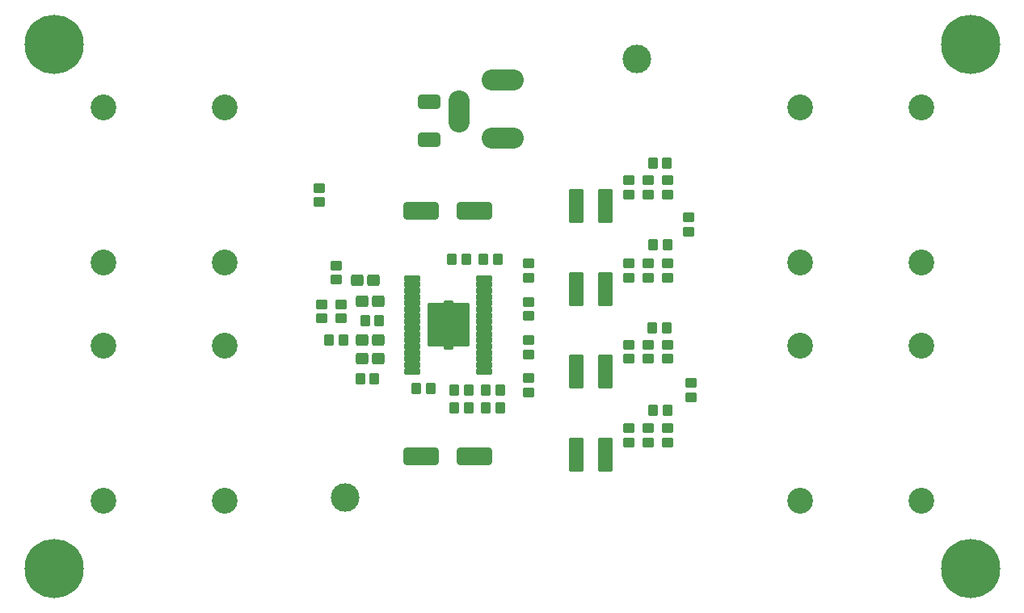
<source format=gts>
G04*
G04 #@! TF.GenerationSoftware,Altium Limited,Altium Designer,23.1.1 (15)*
G04*
G04 Layer_Color=8388736*
%FSLAX24Y24*%
%MOIN*%
G70*
G04*
G04 #@! TF.SameCoordinates,52EA1FD8-E69D-4759-9217-C2292DA48D7E*
G04*
G04*
G04 #@! TF.FilePolarity,Negative*
G04*
G01*
G75*
G04:AMPARAMS|DCode=26|XSize=39.5mil|YSize=47.4mil|CornerRadius=7.9mil|HoleSize=0mil|Usage=FLASHONLY|Rotation=90.000|XOffset=0mil|YOffset=0mil|HoleType=Round|Shape=RoundedRectangle|*
%AMROUNDEDRECTD26*
21,1,0.0395,0.0315,0,0,90.0*
21,1,0.0236,0.0474,0,0,90.0*
1,1,0.0159,0.0157,0.0118*
1,1,0.0159,0.0157,-0.0118*
1,1,0.0159,-0.0157,-0.0118*
1,1,0.0159,-0.0157,0.0118*
%
%ADD26ROUNDEDRECTD26*%
G04:AMPARAMS|DCode=27|XSize=38.6mil|YSize=22.8mil|CornerRadius=5.8mil|HoleSize=0mil|Usage=FLASHONLY|Rotation=180.000|XOffset=0mil|YOffset=0mil|HoleType=Round|Shape=RoundedRectangle|*
%AMROUNDEDRECTD27*
21,1,0.0386,0.0112,0,0,180.0*
21,1,0.0270,0.0228,0,0,180.0*
1,1,0.0116,-0.0135,0.0056*
1,1,0.0116,0.0135,0.0056*
1,1,0.0116,0.0135,-0.0056*
1,1,0.0116,-0.0135,-0.0056*
%
%ADD27ROUNDEDRECTD27*%
G04:AMPARAMS|DCode=28|XSize=172.8mil|YSize=182.7mil|CornerRadius=9.6mil|HoleSize=0mil|Usage=FLASHONLY|Rotation=180.000|XOffset=0mil|YOffset=0mil|HoleType=Round|Shape=RoundedRectangle|*
%AMROUNDEDRECTD28*
21,1,0.1728,0.1636,0,0,180.0*
21,1,0.1537,0.1827,0,0,180.0*
1,1,0.0191,-0.0769,0.0818*
1,1,0.0191,0.0769,0.0818*
1,1,0.0191,0.0769,-0.0818*
1,1,0.0191,-0.0769,-0.0818*
%
%ADD28ROUNDEDRECTD28*%
G04:AMPARAMS|DCode=29|XSize=28.7mil|YSize=66.1mil|CornerRadius=7.7mil|HoleSize=0mil|Usage=FLASHONLY|Rotation=90.000|XOffset=0mil|YOffset=0mil|HoleType=Round|Shape=RoundedRectangle|*
%AMROUNDEDRECTD29*
21,1,0.0287,0.0507,0,0,90.0*
21,1,0.0133,0.0661,0,0,90.0*
1,1,0.0155,0.0253,0.0066*
1,1,0.0155,0.0253,-0.0066*
1,1,0.0155,-0.0253,-0.0066*
1,1,0.0155,-0.0253,0.0066*
%
%ADD29ROUNDEDRECTD29*%
G04:AMPARAMS|DCode=30|XSize=71mil|YSize=145.8mil|CornerRadius=11.9mil|HoleSize=0mil|Usage=FLASHONLY|Rotation=270.000|XOffset=0mil|YOffset=0mil|HoleType=Round|Shape=RoundedRectangle|*
%AMROUNDEDRECTD30*
21,1,0.0710,0.1220,0,0,270.0*
21,1,0.0472,0.1458,0,0,270.0*
1,1,0.0237,-0.0610,-0.0236*
1,1,0.0237,-0.0610,0.0236*
1,1,0.0237,0.0610,0.0236*
1,1,0.0237,0.0610,-0.0236*
%
%ADD30ROUNDEDRECTD30*%
G04:AMPARAMS|DCode=31|XSize=58mil|YSize=90.7mil|CornerRadius=10.3mil|HoleSize=0mil|Usage=FLASHONLY|Rotation=270.000|XOffset=0mil|YOffset=0mil|HoleType=Round|Shape=RoundedRectangle|*
%AMROUNDEDRECTD31*
21,1,0.0580,0.0702,0,0,270.0*
21,1,0.0375,0.0907,0,0,270.0*
1,1,0.0205,-0.0351,-0.0188*
1,1,0.0205,-0.0351,0.0188*
1,1,0.0205,0.0351,0.0188*
1,1,0.0205,0.0351,-0.0188*
%
%ADD31ROUNDEDRECTD31*%
G04:AMPARAMS|DCode=32|XSize=39.5mil|YSize=47.4mil|CornerRadius=7.9mil|HoleSize=0mil|Usage=FLASHONLY|Rotation=0.000|XOffset=0mil|YOffset=0mil|HoleType=Round|Shape=RoundedRectangle|*
%AMROUNDEDRECTD32*
21,1,0.0395,0.0315,0,0,0.0*
21,1,0.0236,0.0474,0,0,0.0*
1,1,0.0159,0.0118,-0.0157*
1,1,0.0159,-0.0118,-0.0157*
1,1,0.0159,-0.0118,0.0157*
1,1,0.0159,0.0118,0.0157*
%
%ADD32ROUNDEDRECTD32*%
G04:AMPARAMS|DCode=33|XSize=51.3mil|YSize=47.4mil|CornerRadius=8.9mil|HoleSize=0mil|Usage=FLASHONLY|Rotation=0.000|XOffset=0mil|YOffset=0mil|HoleType=Round|Shape=RoundedRectangle|*
%AMROUNDEDRECTD33*
21,1,0.0513,0.0295,0,0,0.0*
21,1,0.0335,0.0474,0,0,0.0*
1,1,0.0178,0.0167,-0.0148*
1,1,0.0178,-0.0167,-0.0148*
1,1,0.0178,-0.0167,0.0148*
1,1,0.0178,0.0167,0.0148*
%
%ADD33ROUNDEDRECTD33*%
G04:AMPARAMS|DCode=34|XSize=59.2mil|YSize=141.9mil|CornerRadius=6.6mil|HoleSize=0mil|Usage=FLASHONLY|Rotation=0.000|XOffset=0mil|YOffset=0mil|HoleType=Round|Shape=RoundedRectangle|*
%AMROUNDEDRECTD34*
21,1,0.0592,0.1287,0,0,0.0*
21,1,0.0461,0.1419,0,0,0.0*
1,1,0.0131,0.0230,-0.0644*
1,1,0.0131,-0.0230,-0.0644*
1,1,0.0131,-0.0230,0.0644*
1,1,0.0131,0.0230,0.0644*
%
%ADD34ROUNDEDRECTD34*%
%ADD35C,0.1181*%
%ADD36C,0.1064*%
%ADD37C,0.2442*%
%ADD38O,0.0867X0.1734*%
%ADD39O,0.1734X0.0867*%
D26*
X25689Y17421D02*
D03*
Y18012D02*
D03*
Y14567D02*
D03*
Y13976D02*
D03*
X13600Y13905D02*
D03*
Y14495D02*
D03*
X13800Y12305D02*
D03*
Y12895D02*
D03*
X13000Y12895D02*
D03*
Y12305D02*
D03*
X12900Y17105D02*
D03*
Y17695D02*
D03*
X27264Y17421D02*
D03*
Y18012D02*
D03*
Y14567D02*
D03*
Y13976D02*
D03*
X28150Y16476D02*
D03*
Y15886D02*
D03*
X27264Y10630D02*
D03*
Y11220D02*
D03*
Y7776D02*
D03*
Y7185D02*
D03*
X28248Y9646D02*
D03*
Y9055D02*
D03*
X21555Y14567D02*
D03*
Y13976D02*
D03*
X26476Y18012D02*
D03*
Y17421D02*
D03*
X21555Y12402D02*
D03*
Y12992D02*
D03*
X26476Y13976D02*
D03*
Y14567D02*
D03*
X21555Y11417D02*
D03*
Y10827D02*
D03*
X25689Y11220D02*
D03*
Y10630D02*
D03*
X26476Y11220D02*
D03*
Y10630D02*
D03*
X21555Y9252D02*
D03*
Y9843D02*
D03*
X25689Y7185D02*
D03*
Y7776D02*
D03*
X26476Y7185D02*
D03*
Y7776D02*
D03*
D27*
X18228Y11122D02*
D03*
Y12953D02*
D03*
D28*
Y12037D02*
D03*
D29*
X19724Y13957D02*
D03*
Y13701D02*
D03*
Y13445D02*
D03*
Y13189D02*
D03*
Y12933D02*
D03*
Y12677D02*
D03*
Y12421D02*
D03*
Y12165D02*
D03*
Y11909D02*
D03*
Y11654D02*
D03*
Y11398D02*
D03*
Y11142D02*
D03*
Y10886D02*
D03*
Y10630D02*
D03*
Y10374D02*
D03*
Y10118D02*
D03*
X16732Y13957D02*
D03*
Y13701D02*
D03*
Y13445D02*
D03*
Y13189D02*
D03*
Y12933D02*
D03*
Y12677D02*
D03*
Y12421D02*
D03*
Y12165D02*
D03*
Y11909D02*
D03*
Y11654D02*
D03*
Y11398D02*
D03*
Y11142D02*
D03*
Y10886D02*
D03*
Y10630D02*
D03*
Y10374D02*
D03*
Y10118D02*
D03*
D30*
X19302Y6600D02*
D03*
X17098D02*
D03*
Y16752D02*
D03*
X19302D02*
D03*
D31*
X17441Y21234D02*
D03*
Y19671D02*
D03*
D32*
X26677Y15354D02*
D03*
X27267D02*
D03*
X27253Y18723D02*
D03*
X26663D02*
D03*
X19075Y9350D02*
D03*
X18484D02*
D03*
X13895Y11400D02*
D03*
X13305D02*
D03*
X14600Y9800D02*
D03*
X15191D02*
D03*
X19783Y9350D02*
D03*
X20374D02*
D03*
X19783Y8602D02*
D03*
X20374D02*
D03*
X19075D02*
D03*
X18484D02*
D03*
X18976Y14744D02*
D03*
X18386D02*
D03*
X19685D02*
D03*
X20276D02*
D03*
X17495Y9400D02*
D03*
X16905D02*
D03*
X14800Y12200D02*
D03*
X15391D02*
D03*
X26655Y11900D02*
D03*
X27245D02*
D03*
X27273Y8501D02*
D03*
X26682D02*
D03*
D33*
X15157Y13878D02*
D03*
X14488D02*
D03*
X15335Y13000D02*
D03*
X14665D02*
D03*
X15335Y11400D02*
D03*
X14665D02*
D03*
X15335Y10650D02*
D03*
X14665D02*
D03*
D34*
X24705Y16929D02*
D03*
X23524D02*
D03*
Y13517D02*
D03*
X24705D02*
D03*
Y10105D02*
D03*
X23524D02*
D03*
Y6693D02*
D03*
X24705D02*
D03*
D35*
X26000Y23000D02*
D03*
X13976Y4921D02*
D03*
D36*
X37736Y4778D02*
D03*
Y11167D02*
D03*
X32736Y4778D02*
D03*
Y11167D02*
D03*
X8996Y14620D02*
D03*
Y21010D02*
D03*
X3996Y14620D02*
D03*
Y21010D02*
D03*
X8996Y4778D02*
D03*
Y11167D02*
D03*
X3996Y4778D02*
D03*
Y11167D02*
D03*
X32740Y21015D02*
D03*
Y14625D02*
D03*
X37740Y21015D02*
D03*
Y14625D02*
D03*
D37*
X1969Y23622D02*
D03*
Y1969D02*
D03*
X39764Y23622D02*
D03*
Y1969D02*
D03*
D38*
X18661Y20846D02*
D03*
D39*
X20472Y22146D02*
D03*
Y19744D02*
D03*
M02*

</source>
